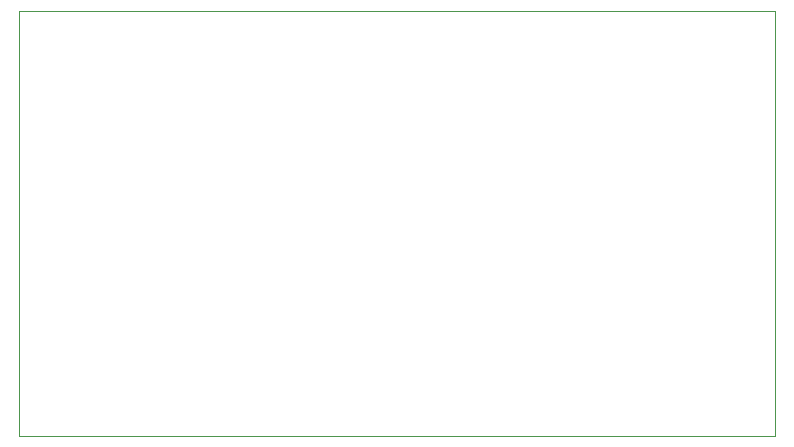
<source format=gbr>
G04 #@! TF.GenerationSoftware,KiCad,Pcbnew,(5.1.4)-1*
G04 #@! TF.CreationDate,2019-10-16T10:14:32+09:00*
G04 #@! TF.ProjectId,_______,cb081b8a-5f47-4622-9e6b-696361645f70,rev?*
G04 #@! TF.SameCoordinates,Original*
G04 #@! TF.FileFunction,Profile,NP*
%FSLAX46Y46*%
G04 Gerber Fmt 4.6, Leading zero omitted, Abs format (unit mm)*
G04 Created by KiCad (PCBNEW (5.1.4)-1) date 2019-10-16 10:14:32*
%MOMM*%
%LPD*%
G04 APERTURE LIST*
%ADD10C,0.050000*%
G04 APERTURE END LIST*
D10*
X159000000Y-80000000D02*
X95000000Y-80000000D01*
X95000000Y-116000000D02*
X159000000Y-116000000D01*
X95000000Y-80000000D02*
X95000000Y-83250000D01*
X159000000Y-116000000D02*
X159000000Y-80000000D01*
X95000000Y-83250000D02*
X95000000Y-116000000D01*
M02*

</source>
